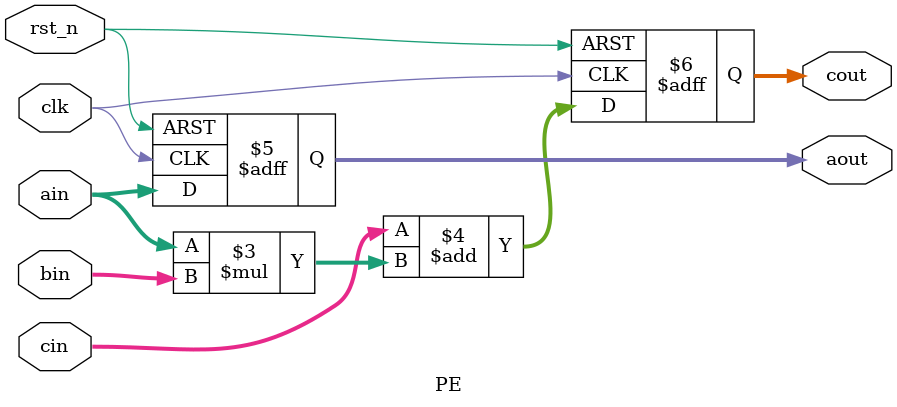
<source format=sv>
`timescale 1ns / 1ps

module PE #(
    parameter DATA_WIDTH = 8,
    parameter PE_ACC_WIDTH = 21
)(
    input  logic clk,
    input  logic rst_n,

    input  logic signed [DATA_WIDTH-1:0]   ain,
    input  logic signed [DATA_WIDTH-1:0]   bin,
    input  logic signed [PE_ACC_WIDTH-1:0] cin,

    output logic signed [DATA_WIDTH-1:0]   aout,
    output logic signed [PE_ACC_WIDTH-1:0] cout
);

    always_ff @(posedge clk or negedge rst_n) begin
        if (!rst_n) begin
            aout <= '0;
            cout <= '0;
        end else begin
            aout <= ain;
            cout <= cin + ain * bin;
        end
    end

endmodule

</source>
